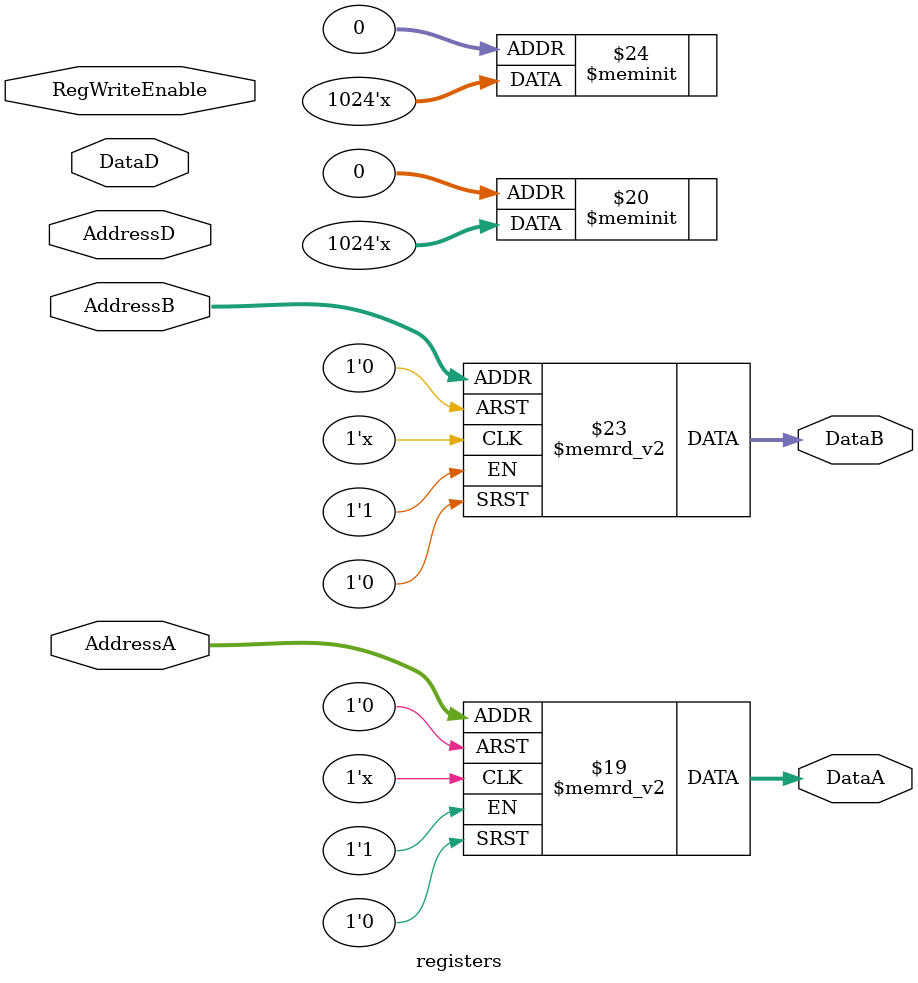
<source format=sv>
module registers (
  output logic [31:0] DataA,
  output logic [31:0] DataB,
  input logic [31:0] DataD,  
  input logic [4:0] AddressA,
  input logic [4:0] AddressB,
  input logic [4:0] AddressD,
  // input [4:0] ReadRegisterA,
  // input [4:0] ReadRegisterB,
  input logic RegWriteEnable
);

logic [31:0] RegisterA [31:0];


initial begin
    RegisterA[0]=32'h00000001;
    RegisterA[1]=32'h00000002;
    RegisterA[2]=32'h00000003;
    RegisterA[3]=32'h00000004;
    RegisterA[4]=32'h00000005;
    RegisterA[5]=32'h00000006;
    RegisterA[6]=32'h00000007;
    RegisterA[7]=32'h00000008;
    RegisterA[8]=32'h00000009;
    RegisterA[9]=32'h00000010;
    RegisterA[10]=32'h00000011;
    RegisterA[11]=32'h00000012;
    RegisterA[12]=32'h00000013;
    RegisterA[13]=32'h00000014;
    RegisterA[14]=32'h00000015;
    RegisterA[15]=32'h00000016;
    RegisterA[16]=32'h00000017;
    RegisterA[17]=32'h00000018;
    RegisterA[18]=32'h00000019;
    RegisterA[19]=32'h00000020;
    RegisterA[20]=32'h00000021;
    RegisterA[21]=32'h00000022;
    RegisterA[22]=32'h00000023;
    RegisterA[23]=32'h00000024;
    RegisterA[24]=32'h00000025;
    RegisterA[25]=32'h00000026;
    RegisterA[26]=32'h00000027;
    RegisterA[27]=32'h00000028;
    RegisterA[28]=32'h00000029;
    RegisterA[29]=32'h00000030;
    RegisterA[30]=32'h00000031;
    RegisterA[31]=32'h00000032;
 

    /**
    
    RegisterB[0]=32'h00000001;
    RegisterB[1]=32'h00000002;
    RegisterB[2]=32'h00000003;
    RegisterB[3]=32'h00000004;
    RegisterB[4]=32'h00000005;
    RegisterB[5]=32'h00000006;
    RegisterB[6]=32'h00000007;
    RegisterB[7]=32'h00000008;
    RegisterB[8]=32'h00000009;
    RegisterB[9]=32'h00000010;
    RegisterB[10]=32'h00000011;
    RegisterB[11]=32'h00000012;
    RegisterB[12]=32'h00000013;
    RegisterB[13]=32'h00000014;
    RegisterB[14]=32'h00000015;
    RegisterB[15]=32'h00000016;
    RegisterB[16]=32'h00000017;
    RegisterB[17]=32'h00000018;
    RegisterB[18]=32'h00000019;
    RegisterB[19]=32'h00000020;
    RegisterB[20]=32'h00000021;
    RegisterA[21]=32'h00000022;
    RegisterB[22]=32'h00000023;
    RegisterB[23]=32'h00000024;
    RegisterB[24]=32'h00000025;
    RegisterB[25]=32'h00000026;
    RegisterB[26]=32'h00000027;
    RegisterB[27]=32'h00000028;
    RegisterB[28]=32'h00000029;
    RegisterB[29]=32'h00000030;
    RegisterB[30]=32'h00000031;
    RegisterB[31]=32'h00000032; 
**/
end

// Read data from the registers
always @(*) begin
  DataA = RegisterA[AddressA];
  DataB = RegisterA[AddressB];
  if (RegWriteEnable == 1'b1) begin
    RegisterA[AddressD] = DataD;
  end
end
/**
// Write to the registers
always @(posedge RegWriteEnable) begin
  if (AddressA != 5'b00000) // Make sure to avoid writing to register 0
    RegisterA[AddressA] <= DataD;
  if (AddressB != 5'b00001)
    RegisterB[AddressB] <= DataD;
end
**/
endmodule

</source>
